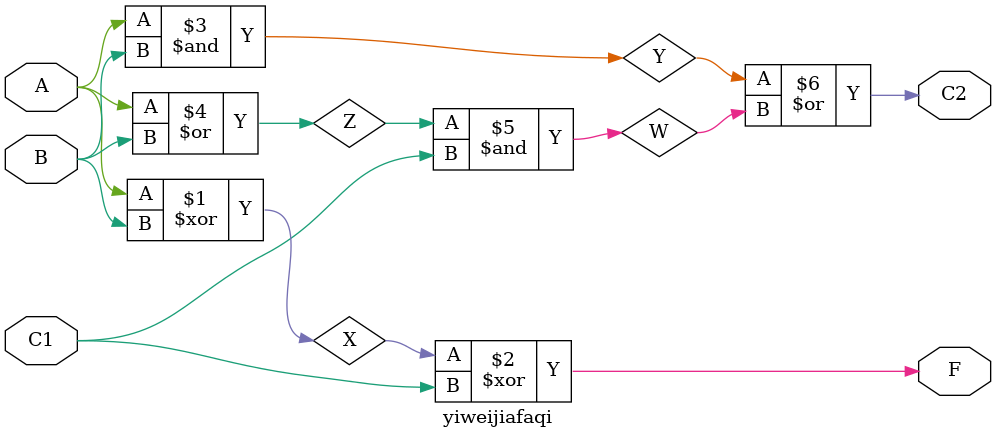
<source format=v>
`timescale 1ns / 1ps
module yiweijiafaqi(A,B,C1,F,C2);
	input A,B,C1;
	output F;
	output C2;
	wire X;
	xor XU1(X,A,B);
	xor XU2(F,X,C1);
	wire Y,Z,W;
	and AU1(Y,A,B);
	or AU2(Z,A,B);
	and AU3(W,Z,C1);
	or AU4(C2,Y,W);
endmodule

</source>
